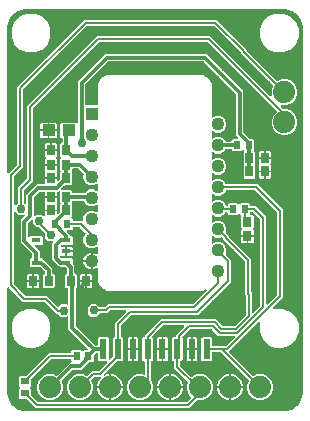
<source format=gbr>
G04 EAGLE Gerber RS-274X export*
G75*
%MOMM*%
%FSLAX34Y34*%
%LPD*%
%INTop Copper*%
%IPPOS*%
%AMOC8*
5,1,8,0,0,1.08239X$1,22.5*%
G01*
G04 Define Apertures*
%ADD10R,1.100000X1.000000*%
%ADD11R,0.700000X0.900000*%
%ADD12C,1.879600*%
%ADD13R,0.600000X0.700000*%
%ADD14R,1.108000X1.108000*%
%ADD15C,1.108000*%
%ADD16R,0.800100X0.457200*%
%ADD17R,0.600000X1.700000*%
%ADD18R,1.000000X2.800000*%
%ADD19R,0.740000X0.925000*%
%ADD20R,0.700000X0.600000*%
%ADD21C,0.304800*%
%ADD22C,0.756400*%
%ADD23C,0.203200*%
%ADD24C,0.200000*%
G36*
X110149Y-194985D02*
X110000Y-195000D01*
X-110000Y-195000D01*
X-110149Y-194985D01*
X-115597Y-193902D01*
X-115872Y-193788D01*
X-120491Y-190701D01*
X-120701Y-190491D01*
X-123788Y-185872D01*
X-123902Y-185597D01*
X-124985Y-180149D01*
X-125000Y-180000D01*
X-125000Y-91027D01*
X-124953Y-90764D01*
X-124794Y-90505D01*
X-124546Y-90330D01*
X-124250Y-90265D01*
X-123952Y-90321D01*
X-123699Y-90488D01*
X-111671Y-102516D01*
X-93902Y-102516D01*
X-93616Y-102572D01*
X-93363Y-102739D01*
X-83562Y-112540D01*
X-82407Y-112540D01*
X-82121Y-112596D01*
X-81869Y-112763D01*
X-79326Y-115306D01*
X-74930Y-115306D01*
X-74647Y-115023D01*
X-74427Y-114870D01*
X-74132Y-114800D01*
X-73833Y-114851D01*
X-73578Y-115014D01*
X-73406Y-115264D01*
X-73346Y-115561D01*
X-73346Y-125681D01*
X-56852Y-142175D01*
X-56699Y-142395D01*
X-56629Y-142690D01*
X-56680Y-142989D01*
X-56843Y-143244D01*
X-57093Y-143416D01*
X-57391Y-143476D01*
X-60005Y-143476D01*
X-60835Y-144306D01*
X-61066Y-144464D01*
X-61362Y-144529D01*
X-61660Y-144473D01*
X-61913Y-144306D01*
X-62743Y-143476D01*
X-70005Y-143476D01*
X-70898Y-144369D01*
X-70898Y-145214D01*
X-70949Y-145489D01*
X-71113Y-145744D01*
X-71363Y-145916D01*
X-71660Y-145976D01*
X-89545Y-145976D01*
X-108822Y-165253D01*
X-109064Y-165416D01*
X-109361Y-165476D01*
X-114131Y-165476D01*
X-115024Y-166369D01*
X-115024Y-173631D01*
X-114194Y-174461D01*
X-114036Y-174692D01*
X-113971Y-174988D01*
X-114027Y-175286D01*
X-114194Y-175539D01*
X-115024Y-176369D01*
X-115024Y-183631D01*
X-114131Y-184524D01*
X-109103Y-184524D01*
X-108817Y-184580D01*
X-108564Y-184747D01*
X-100625Y-192687D01*
X-57215Y-192687D01*
X-57152Y-192674D01*
X28832Y-192674D01*
X35360Y-186145D01*
X35602Y-185982D01*
X35899Y-185922D01*
X40273Y-185922D01*
X44287Y-184259D01*
X47359Y-181187D01*
X49022Y-177173D01*
X49022Y-172827D01*
X47359Y-168813D01*
X44287Y-165741D01*
X40273Y-164078D01*
X35927Y-164078D01*
X31913Y-165741D01*
X31701Y-165953D01*
X31470Y-166111D01*
X31174Y-166177D01*
X30876Y-166121D01*
X30623Y-165953D01*
X21497Y-156828D01*
X21334Y-156586D01*
X21274Y-156289D01*
X21274Y-153442D01*
X21325Y-153167D01*
X21489Y-152912D01*
X21739Y-152740D01*
X22036Y-152680D01*
X22381Y-152680D01*
X23274Y-151787D01*
X23274Y-133525D01*
X23149Y-133400D01*
X22991Y-133170D01*
X22926Y-132873D01*
X22982Y-132575D01*
X23149Y-132322D01*
X29325Y-126147D01*
X29566Y-125984D01*
X29863Y-125924D01*
X47580Y-125924D01*
X47866Y-125980D01*
X48118Y-126147D01*
X53699Y-131728D01*
X66806Y-131728D01*
X67069Y-131775D01*
X67327Y-131934D01*
X67503Y-132182D01*
X67568Y-132478D01*
X67512Y-132776D01*
X67345Y-133029D01*
X60465Y-139909D01*
X60223Y-140072D01*
X59926Y-140132D01*
X49036Y-140132D01*
X48761Y-140081D01*
X48506Y-139917D01*
X48334Y-139667D01*
X48274Y-139370D01*
X48274Y-133525D01*
X47381Y-132632D01*
X40119Y-132632D01*
X39226Y-133525D01*
X39226Y-151787D01*
X40119Y-152680D01*
X47381Y-152680D01*
X48274Y-151787D01*
X48274Y-145942D01*
X48325Y-145667D01*
X48489Y-145412D01*
X48739Y-145240D01*
X49036Y-145180D01*
X55195Y-145180D01*
X55481Y-145236D01*
X55734Y-145403D01*
X79135Y-168805D01*
X79296Y-169041D01*
X79358Y-169337D01*
X79300Y-169635D01*
X77978Y-172827D01*
X77978Y-177173D01*
X79641Y-181187D01*
X82713Y-184259D01*
X86727Y-185922D01*
X91073Y-185922D01*
X95087Y-184259D01*
X98159Y-181187D01*
X99822Y-177173D01*
X99822Y-172827D01*
X98159Y-168813D01*
X95087Y-165741D01*
X91073Y-164078D01*
X86727Y-164078D01*
X83535Y-165400D01*
X83256Y-165458D01*
X82957Y-165403D01*
X82705Y-165235D01*
X63030Y-145560D01*
X62872Y-145330D01*
X62807Y-145034D01*
X62862Y-144736D01*
X63030Y-144483D01*
X87704Y-119808D01*
X87918Y-119658D01*
X88213Y-119586D01*
X88512Y-119634D01*
X88769Y-119796D01*
X88942Y-120044D01*
X89005Y-120341D01*
X88947Y-120639D01*
X88500Y-121718D01*
X88500Y-128282D01*
X91012Y-134347D01*
X95654Y-138988D01*
X101718Y-141500D01*
X108282Y-141500D01*
X114347Y-138988D01*
X118988Y-134347D01*
X121500Y-128282D01*
X121500Y-121718D01*
X118988Y-115654D01*
X114347Y-111012D01*
X108282Y-108500D01*
X101718Y-108500D01*
X100639Y-108947D01*
X100383Y-109004D01*
X100084Y-108958D01*
X99826Y-108799D01*
X99650Y-108551D01*
X99585Y-108255D01*
X99641Y-107957D01*
X99808Y-107704D01*
X108592Y-98920D01*
X108592Y-24848D01*
X86868Y-3124D01*
X60450Y-3124D01*
X60169Y-3071D01*
X59915Y-2905D01*
X59746Y-2654D01*
X59329Y-1647D01*
X57341Y341D01*
X54745Y1416D01*
X51935Y1416D01*
X49339Y341D01*
X49227Y229D01*
X49007Y76D01*
X48712Y6D01*
X48413Y57D01*
X48158Y220D01*
X47986Y470D01*
X47926Y768D01*
X47926Y5736D01*
X47973Y6000D01*
X48132Y6258D01*
X48380Y6433D01*
X48676Y6498D01*
X48974Y6443D01*
X49227Y6275D01*
X49339Y6163D01*
X51935Y5088D01*
X54745Y5088D01*
X57341Y6163D01*
X59329Y8151D01*
X60404Y10747D01*
X60404Y13557D01*
X59329Y16153D01*
X57341Y18141D01*
X54745Y19216D01*
X51935Y19216D01*
X49339Y18141D01*
X49227Y18029D01*
X49007Y17876D01*
X48712Y17806D01*
X48413Y17857D01*
X48158Y18020D01*
X47986Y18270D01*
X47926Y18568D01*
X47926Y23536D01*
X47973Y23800D01*
X48132Y24058D01*
X48380Y24233D01*
X48676Y24298D01*
X48974Y24243D01*
X49227Y24075D01*
X49339Y23963D01*
X51935Y22888D01*
X54745Y22888D01*
X57341Y23963D01*
X59329Y25951D01*
X59529Y26434D01*
X59685Y26672D01*
X59935Y26844D01*
X60233Y26904D01*
X64184Y26904D01*
X64459Y26853D01*
X64714Y26689D01*
X64886Y26439D01*
X64927Y26233D01*
X65839Y25322D01*
X73101Y25322D01*
X73931Y26152D01*
X74162Y26310D01*
X74458Y26375D01*
X74756Y26319D01*
X75009Y26152D01*
X75276Y25885D01*
X75434Y25654D01*
X75499Y25358D01*
X75443Y25060D01*
X75276Y24807D01*
X74922Y24453D01*
X74922Y14191D01*
X75035Y14078D01*
X75193Y13847D01*
X75258Y13551D01*
X75202Y13253D01*
X75035Y13000D01*
X74946Y12911D01*
X74946Y2649D01*
X75839Y1756D01*
X84101Y1756D01*
X84994Y2649D01*
X84994Y12911D01*
X84881Y13024D01*
X84723Y13255D01*
X84658Y13551D01*
X84714Y13849D01*
X84881Y14102D01*
X84970Y14191D01*
X84970Y24453D01*
X84140Y25283D01*
X83982Y25514D01*
X83917Y25810D01*
X83973Y26108D01*
X83994Y26140D01*
X83994Y34477D01*
X83101Y35370D01*
X80625Y35370D01*
X80339Y35426D01*
X80086Y35593D01*
X75027Y40652D01*
X74864Y40894D01*
X74804Y41191D01*
X74804Y75874D01*
X43630Y107048D01*
X-42263Y107048D01*
X-65230Y84081D01*
X-65230Y49155D01*
X-65277Y48892D01*
X-65436Y48634D01*
X-65684Y48458D01*
X-65980Y48393D01*
X-66278Y48449D01*
X-66531Y48616D01*
X-66999Y49084D01*
X-79261Y49084D01*
X-80154Y48191D01*
X-80154Y36929D01*
X-79261Y36036D01*
X-78940Y36036D01*
X-78665Y35985D01*
X-78410Y35821D01*
X-78238Y35571D01*
X-78178Y35274D01*
X-78178Y32836D01*
X-78229Y32561D01*
X-78393Y32306D01*
X-78643Y32134D01*
X-78940Y32074D01*
X-79261Y32074D01*
X-80154Y31181D01*
X-80154Y20919D01*
X-79474Y20239D01*
X-79316Y20008D01*
X-79251Y19712D01*
X-79307Y19414D01*
X-79474Y19161D01*
X-80154Y18481D01*
X-80154Y8219D01*
X-80109Y8174D01*
X-79951Y7943D01*
X-79886Y7647D01*
X-79942Y7349D01*
X-80109Y7096D01*
X-80154Y7051D01*
X-80154Y1522D01*
X-80210Y1236D01*
X-80377Y983D01*
X-81829Y-469D01*
X-82049Y-622D01*
X-82344Y-691D01*
X-82643Y-641D01*
X-82898Y-477D01*
X-83070Y-227D01*
X-83130Y70D01*
X-83130Y1158D01*
X-93130Y1158D01*
X-93130Y-2422D01*
X-93181Y-2697D01*
X-93345Y-2952D01*
X-93595Y-3124D01*
X-93892Y-3184D01*
X-100155Y-3184D01*
X-108878Y-11907D01*
X-108878Y-19037D01*
X-108925Y-19300D01*
X-109084Y-19558D01*
X-109332Y-19733D01*
X-109628Y-19798D01*
X-109926Y-19743D01*
X-110179Y-19575D01*
X-110540Y-19214D01*
X-110703Y-18973D01*
X-110763Y-18676D01*
X-110763Y-8330D01*
X-110707Y-8044D01*
X-110540Y-7791D01*
X-103630Y-881D01*
X-103630Y60632D01*
X-103574Y60918D01*
X-103407Y61171D01*
X-47511Y117067D01*
X-47269Y117230D01*
X-46972Y117290D01*
X44488Y117290D01*
X44774Y117234D01*
X45026Y117067D01*
X102902Y59192D01*
X103060Y58961D01*
X103125Y58665D01*
X103069Y58367D01*
X102902Y58114D01*
X100343Y55555D01*
X98680Y51541D01*
X98680Y47195D01*
X100343Y43181D01*
X103415Y40109D01*
X107429Y38446D01*
X111775Y38446D01*
X115789Y40109D01*
X118861Y43181D01*
X120524Y47195D01*
X120524Y51541D01*
X118861Y55555D01*
X115789Y58627D01*
X111775Y60290D01*
X109303Y60290D01*
X109017Y60346D01*
X108764Y60513D01*
X106727Y62550D01*
X106577Y62764D01*
X106505Y63058D01*
X106553Y63358D01*
X106715Y63614D01*
X106963Y63788D01*
X107260Y63851D01*
X107285Y63846D01*
X111775Y63846D01*
X115789Y65509D01*
X118861Y68581D01*
X120524Y72595D01*
X120524Y76941D01*
X118861Y80955D01*
X115789Y84027D01*
X111775Y85690D01*
X107429Y85690D01*
X104253Y84374D01*
X103974Y84316D01*
X103675Y84372D01*
X103423Y84539D01*
X78265Y109697D01*
X78103Y109938D01*
X78042Y110235D01*
X78042Y110553D01*
X52226Y136370D01*
X-59881Y136370D01*
X-116928Y79323D01*
X-116928Y13639D01*
X-116984Y13353D01*
X-117151Y13100D01*
X-123699Y6552D01*
X-123919Y6399D01*
X-124214Y6329D01*
X-124513Y6380D01*
X-124768Y6544D01*
X-124940Y6794D01*
X-125000Y7091D01*
X-125000Y130000D01*
X-124985Y130149D01*
X-123902Y135597D01*
X-123788Y135872D01*
X-120701Y140491D01*
X-120491Y140701D01*
X-115872Y143788D01*
X-115597Y143902D01*
X-110149Y144985D01*
X-110000Y145000D01*
X110000Y145000D01*
X110149Y144985D01*
X115597Y143902D01*
X115872Y143788D01*
X120491Y140701D01*
X120701Y140491D01*
X123788Y135872D01*
X123902Y135597D01*
X124985Y130149D01*
X125000Y130000D01*
X125000Y-180000D01*
X124985Y-180149D01*
X123902Y-185597D01*
X123788Y-185872D01*
X120701Y-190491D01*
X120491Y-190701D01*
X115872Y-193788D01*
X115597Y-193902D01*
X110149Y-194985D01*
G37*
%LPC*%
G36*
X101718Y108500D02*
X108282Y108500D01*
X114347Y111012D01*
X118988Y115654D01*
X121500Y121718D01*
X121500Y128282D01*
X118988Y134347D01*
X114347Y138988D01*
X108282Y141500D01*
X101718Y141500D01*
X95654Y138988D01*
X91012Y134347D01*
X88500Y128282D01*
X88500Y121718D01*
X91012Y115654D01*
X95654Y111012D01*
X101718Y108500D01*
G37*
G36*
X-108282Y108500D02*
X-101718Y108500D01*
X-95654Y111012D01*
X-91012Y115654D01*
X-88500Y121718D01*
X-88500Y128282D01*
X-91012Y134347D01*
X-95654Y138988D01*
X-101718Y141500D01*
X-108282Y141500D01*
X-114347Y138988D01*
X-118988Y134347D01*
X-121500Y128282D01*
X-121500Y121718D01*
X-118988Y115654D01*
X-114347Y111012D01*
X-108282Y108500D01*
G37*
G36*
X-89368Y43322D02*
X-83130Y43322D01*
X-83130Y48181D01*
X-84009Y49060D01*
X-89368Y49060D01*
X-89368Y43322D01*
G37*
G36*
X-97130Y43322D02*
X-90892Y43322D01*
X-90892Y49060D01*
X-96251Y49060D01*
X-97130Y48181D01*
X-97130Y43322D01*
G37*
G36*
X-96251Y36060D02*
X-90892Y36060D01*
X-90892Y41798D01*
X-97130Y41798D01*
X-97130Y36939D01*
X-96251Y36060D01*
G37*
G36*
X-89368Y36060D02*
X-84009Y36060D01*
X-83130Y36939D01*
X-83130Y41798D01*
X-89368Y41798D01*
X-89368Y36060D01*
G37*
G36*
X-87368Y26812D02*
X-83130Y26812D01*
X-83130Y31171D01*
X-84009Y32050D01*
X-87368Y32050D01*
X-87368Y26812D01*
G37*
G36*
X-93130Y26812D02*
X-88892Y26812D01*
X-88892Y32050D01*
X-92251Y32050D01*
X-93130Y31171D01*
X-93130Y26812D01*
G37*
G36*
X87946Y20084D02*
X92184Y20084D01*
X92184Y25322D01*
X88825Y25322D01*
X87946Y24443D01*
X87946Y20084D01*
G37*
G36*
X93708Y20084D02*
X97946Y20084D01*
X97946Y24443D01*
X97067Y25322D01*
X93708Y25322D01*
X93708Y20084D01*
G37*
G36*
X-93130Y14112D02*
X-83130Y14112D01*
X-83130Y18471D01*
X-83820Y19161D01*
X-83978Y19392D01*
X-84043Y19688D01*
X-83987Y19986D01*
X-83820Y20239D01*
X-83130Y20929D01*
X-83130Y25288D01*
X-93130Y25288D01*
X-93130Y20929D01*
X-92440Y20239D01*
X-92282Y20008D01*
X-92217Y19712D01*
X-92273Y19414D01*
X-92440Y19161D01*
X-93130Y18471D01*
X-93130Y14112D01*
G37*
G36*
X87970Y8542D02*
X97970Y8542D01*
X97970Y12901D01*
X97847Y13024D01*
X97689Y13255D01*
X97624Y13551D01*
X97680Y13849D01*
X97847Y14102D01*
X97946Y14201D01*
X97946Y18560D01*
X87946Y18560D01*
X87946Y14201D01*
X88069Y14078D01*
X88227Y13847D01*
X88292Y13551D01*
X88236Y13253D01*
X88069Y13000D01*
X87970Y12901D01*
X87970Y8542D01*
G37*
G36*
X-93130Y2682D02*
X-83130Y2682D01*
X-83130Y7041D01*
X-83185Y7096D01*
X-83343Y7327D01*
X-83408Y7623D01*
X-83352Y7921D01*
X-83185Y8174D01*
X-83130Y8229D01*
X-83130Y12588D01*
X-93130Y12588D01*
X-93130Y8229D01*
X-93075Y8174D01*
X-92917Y7943D01*
X-92852Y7647D01*
X-92908Y7349D01*
X-93075Y7096D01*
X-93130Y7041D01*
X-93130Y2682D01*
G37*
G36*
X93732Y1780D02*
X97091Y1780D01*
X97970Y2659D01*
X97970Y7018D01*
X93732Y7018D01*
X93732Y1780D01*
G37*
G36*
X88849Y1780D02*
X92208Y1780D01*
X92208Y7018D01*
X87970Y7018D01*
X87970Y2659D01*
X88849Y1780D01*
G37*
G36*
X-108282Y-141500D02*
X-101718Y-141500D01*
X-95654Y-138988D01*
X-91012Y-134347D01*
X-88500Y-128282D01*
X-88500Y-121718D01*
X-91012Y-115654D01*
X-95654Y-111012D01*
X-101718Y-108500D01*
X-108282Y-108500D01*
X-114347Y-111012D01*
X-118988Y-115654D01*
X-121500Y-121718D01*
X-121500Y-128282D01*
X-118988Y-134347D01*
X-114347Y-138988D01*
X-108282Y-141500D01*
G37*
G36*
X32012Y-141894D02*
X35750Y-141894D01*
X35750Y-133535D01*
X34871Y-132656D01*
X32012Y-132656D01*
X32012Y-141894D01*
G37*
G36*
X26750Y-141894D02*
X30488Y-141894D01*
X30488Y-132656D01*
X27629Y-132656D01*
X26750Y-133535D01*
X26750Y-141894D01*
G37*
G36*
X32012Y-152656D02*
X34871Y-152656D01*
X35750Y-151777D01*
X35750Y-143418D01*
X32012Y-143418D01*
X32012Y-152656D01*
G37*
G36*
X27629Y-152656D02*
X30488Y-152656D01*
X30488Y-143418D01*
X26750Y-143418D01*
X26750Y-151777D01*
X27629Y-152656D01*
G37*
G36*
X52602Y-174238D02*
X62738Y-174238D01*
X62738Y-164102D01*
X61332Y-164102D01*
X57327Y-165761D01*
X54261Y-168827D01*
X52602Y-172832D01*
X52602Y-174238D01*
G37*
G36*
X64262Y-174238D02*
X74398Y-174238D01*
X74398Y-172832D01*
X72739Y-168827D01*
X69673Y-165761D01*
X65668Y-164102D01*
X64262Y-164102D01*
X64262Y-174238D01*
G37*
G36*
X64262Y-185898D02*
X65668Y-185898D01*
X69673Y-184239D01*
X72739Y-181173D01*
X74398Y-177168D01*
X74398Y-175762D01*
X64262Y-175762D01*
X64262Y-185898D01*
G37*
G36*
X61332Y-185898D02*
X62738Y-185898D01*
X62738Y-175762D01*
X52602Y-175762D01*
X52602Y-177168D01*
X54261Y-181173D01*
X57327Y-184239D01*
X61332Y-185898D01*
G37*
%LPD*%
G36*
X-118209Y-20774D02*
X-118504Y-20844D01*
X-118803Y-20793D01*
X-119058Y-20630D01*
X-119230Y-20380D01*
X-119290Y-20082D01*
X-119290Y3461D01*
X-119234Y3747D01*
X-119067Y4000D01*
X-111848Y11219D01*
X-111848Y76903D01*
X-111792Y77189D01*
X-111625Y77442D01*
X-58000Y131067D01*
X-57759Y131230D01*
X-57461Y131290D01*
X49806Y131290D01*
X50092Y131234D01*
X50345Y131067D01*
X72739Y108672D01*
X72902Y108431D01*
X72962Y108134D01*
X72962Y107816D01*
X99831Y80947D01*
X99991Y80711D01*
X100054Y80415D01*
X99996Y80117D01*
X98680Y76941D01*
X98680Y72486D01*
X98684Y72469D01*
X98638Y72169D01*
X98479Y71911D01*
X98231Y71735D01*
X97935Y71670D01*
X97637Y71726D01*
X97384Y71893D01*
X46907Y122370D01*
X-49392Y122370D01*
X-51103Y120659D01*
X-108710Y63052D01*
X-108710Y1539D01*
X-108766Y1253D01*
X-108933Y1000D01*
X-115843Y-5910D01*
X-115843Y-18160D01*
X-115899Y-18445D01*
X-116066Y-18698D01*
X-117989Y-20621D01*
X-118209Y-20774D01*
G37*
G36*
X64481Y33060D02*
X64184Y33000D01*
X60233Y33000D01*
X59952Y33053D01*
X59698Y33219D01*
X59529Y33470D01*
X59329Y33953D01*
X57341Y35941D01*
X54745Y37016D01*
X51935Y37016D01*
X49339Y35941D01*
X49227Y35829D01*
X49007Y35676D01*
X48712Y35606D01*
X48413Y35657D01*
X48158Y35820D01*
X47986Y36070D01*
X47926Y36368D01*
X47926Y41336D01*
X47973Y41600D01*
X48132Y41858D01*
X48380Y42033D01*
X48676Y42098D01*
X48974Y42043D01*
X49227Y41875D01*
X49339Y41763D01*
X51935Y40688D01*
X54745Y40688D01*
X57341Y41763D01*
X59329Y43751D01*
X60404Y46347D01*
X60404Y49157D01*
X59329Y51753D01*
X57341Y53741D01*
X54745Y54816D01*
X51935Y54816D01*
X49339Y53741D01*
X49227Y53629D01*
X49007Y53476D01*
X48712Y53406D01*
X48413Y53457D01*
X48158Y53620D01*
X47986Y53870D01*
X47926Y54168D01*
X47926Y82203D01*
X45225Y86881D01*
X40547Y89582D01*
X-40801Y89582D01*
X-45479Y86881D01*
X-48180Y82203D01*
X-48180Y64468D01*
X-48231Y64193D01*
X-48395Y63938D01*
X-48645Y63766D01*
X-48942Y63706D01*
X-58372Y63706D01*
X-58647Y63757D01*
X-58902Y63921D01*
X-59074Y64171D01*
X-59134Y64468D01*
X-59134Y81240D01*
X-59078Y81526D01*
X-58911Y81779D01*
X-39961Y100729D01*
X-39719Y100892D01*
X-39422Y100952D01*
X40789Y100952D01*
X41075Y100896D01*
X41328Y100729D01*
X68485Y73572D01*
X68648Y73330D01*
X68708Y73033D01*
X68708Y38350D01*
X70387Y36671D01*
X70540Y36451D01*
X70610Y36156D01*
X70559Y35857D01*
X70396Y35602D01*
X70146Y35430D01*
X69849Y35370D01*
X65839Y35370D01*
X64946Y34477D01*
X64946Y33762D01*
X64895Y33487D01*
X64731Y33232D01*
X64481Y33060D01*
G37*
G36*
X-59776Y-10672D02*
X-60074Y-10732D01*
X-69344Y-10732D01*
X-69619Y-10681D01*
X-69874Y-10517D01*
X-70046Y-10267D01*
X-70106Y-9970D01*
X-70106Y-8649D01*
X-70999Y-7756D01*
X-78656Y-7756D01*
X-78919Y-7709D01*
X-79177Y-7550D01*
X-79353Y-7302D01*
X-79418Y-7006D01*
X-79362Y-6708D01*
X-79195Y-6455D01*
X-77067Y-4327D01*
X-76825Y-4164D01*
X-76528Y-4104D01*
X-70999Y-4104D01*
X-70106Y-3211D01*
X-70106Y7051D01*
X-70151Y7096D01*
X-70309Y7327D01*
X-70374Y7623D01*
X-70318Y7921D01*
X-70151Y8174D01*
X-70106Y8219D01*
X-70106Y9540D01*
X-70055Y9815D01*
X-69891Y10070D01*
X-69641Y10242D01*
X-69344Y10302D01*
X-65280Y10302D01*
X-64994Y10246D01*
X-64741Y10079D01*
X-60623Y5961D01*
X-60463Y5725D01*
X-60400Y5428D01*
X-60458Y5130D01*
X-60658Y4647D01*
X-60658Y1837D01*
X-59583Y-759D01*
X-57595Y-2747D01*
X-54999Y-3822D01*
X-52189Y-3822D01*
X-49593Y-2747D01*
X-49481Y-2635D01*
X-49261Y-2482D01*
X-48966Y-2412D01*
X-48667Y-2463D01*
X-48412Y-2626D01*
X-48240Y-2876D01*
X-48180Y-3174D01*
X-48180Y-8142D01*
X-48227Y-8406D01*
X-48386Y-8664D01*
X-48634Y-8839D01*
X-48930Y-8904D01*
X-49228Y-8849D01*
X-49481Y-8681D01*
X-49593Y-8569D01*
X-52189Y-7494D01*
X-54999Y-7494D01*
X-57595Y-8569D01*
X-59535Y-10509D01*
X-59776Y-10672D01*
G37*
G36*
X95338Y-104969D02*
X95043Y-105039D01*
X94744Y-104988D01*
X94489Y-104825D01*
X94317Y-104574D01*
X94257Y-104277D01*
X94257Y-30687D01*
X85223Y-21653D01*
X81307Y-21653D01*
X81033Y-21602D01*
X80777Y-21439D01*
X80606Y-21188D01*
X80545Y-20891D01*
X80545Y-20046D01*
X79653Y-19153D01*
X72390Y-19153D01*
X71560Y-19983D01*
X71330Y-20141D01*
X71033Y-20206D01*
X70735Y-20151D01*
X70483Y-19983D01*
X69653Y-19153D01*
X62390Y-19153D01*
X61497Y-20046D01*
X61497Y-20852D01*
X61452Y-21109D01*
X61295Y-21368D01*
X61049Y-21546D01*
X60754Y-21613D01*
X60455Y-21560D01*
X60201Y-21395D01*
X60031Y-21143D01*
X59329Y-19447D01*
X57341Y-17459D01*
X54745Y-16384D01*
X51935Y-16384D01*
X49339Y-17459D01*
X49227Y-17571D01*
X49007Y-17724D01*
X48712Y-17794D01*
X48413Y-17743D01*
X48158Y-17580D01*
X47986Y-17330D01*
X47926Y-17032D01*
X47926Y-12064D01*
X47973Y-11800D01*
X48132Y-11542D01*
X48380Y-11367D01*
X48676Y-11302D01*
X48974Y-11357D01*
X49227Y-11525D01*
X49339Y-11637D01*
X51935Y-12712D01*
X54745Y-12712D01*
X57341Y-11637D01*
X59329Y-9649D01*
X59746Y-8642D01*
X59902Y-8404D01*
X60152Y-8232D01*
X60450Y-8172D01*
X84462Y-8172D01*
X84748Y-8228D01*
X85001Y-8395D01*
X103321Y-26715D01*
X103484Y-26957D01*
X103544Y-27254D01*
X103544Y-96514D01*
X103488Y-96800D01*
X103321Y-97053D01*
X95558Y-104816D01*
X95338Y-104969D01*
G37*
G36*
X-93584Y-30223D02*
X-93880Y-30288D01*
X-94178Y-30233D01*
X-94431Y-30065D01*
X-95802Y-28694D01*
X-100198Y-28694D01*
X-101382Y-29878D01*
X-101602Y-30031D01*
X-101897Y-30101D01*
X-102196Y-30050D01*
X-102451Y-29887D01*
X-102623Y-29637D01*
X-102683Y-29340D01*
X-102683Y-20605D01*
X-102722Y-20548D01*
X-102782Y-20251D01*
X-102782Y-14748D01*
X-102726Y-14462D01*
X-102559Y-14209D01*
X-97853Y-9503D01*
X-97612Y-9340D01*
X-97314Y-9280D01*
X-93892Y-9280D01*
X-93617Y-9331D01*
X-93362Y-9495D01*
X-93190Y-9745D01*
X-93130Y-10042D01*
X-93130Y-13018D01*
X-83130Y-13018D01*
X-83130Y-10042D01*
X-83079Y-9767D01*
X-82915Y-9512D01*
X-82665Y-9340D01*
X-82368Y-9280D01*
X-82019Y-9280D01*
X-81455Y-8715D01*
X-81235Y-8562D01*
X-80940Y-8493D01*
X-80641Y-8543D01*
X-80386Y-8707D01*
X-80214Y-8957D01*
X-80154Y-9254D01*
X-80154Y-18911D01*
X-80109Y-18956D01*
X-79951Y-19187D01*
X-79886Y-19483D01*
X-79942Y-19781D01*
X-80109Y-20034D01*
X-80154Y-20079D01*
X-80154Y-26270D01*
X-80210Y-26556D01*
X-80377Y-26809D01*
X-81829Y-28261D01*
X-82049Y-28414D01*
X-82344Y-28483D01*
X-82643Y-28433D01*
X-82898Y-28269D01*
X-83070Y-28019D01*
X-83130Y-27722D01*
X-83130Y-25972D01*
X-93130Y-25972D01*
X-93130Y-29527D01*
X-93177Y-29790D01*
X-93336Y-30048D01*
X-93584Y-30223D01*
G37*
%LPC*%
G36*
X-93130Y-24448D02*
X-83130Y-24448D01*
X-83130Y-20089D01*
X-83185Y-20034D01*
X-83343Y-19803D01*
X-83408Y-19507D01*
X-83352Y-19209D01*
X-83185Y-18956D01*
X-83130Y-18901D01*
X-83130Y-14542D01*
X-93130Y-14542D01*
X-93130Y-18901D01*
X-93075Y-18956D01*
X-92917Y-19187D01*
X-92852Y-19483D01*
X-92908Y-19781D01*
X-93075Y-20034D01*
X-93130Y-20089D01*
X-93130Y-24448D01*
G37*
%LPD*%
G36*
X-61123Y-34428D02*
X-61420Y-34488D01*
X-69000Y-34488D01*
X-69275Y-34437D01*
X-69530Y-34273D01*
X-69702Y-34023D01*
X-69762Y-33726D01*
X-69762Y-32897D01*
X-70673Y-31986D01*
X-70831Y-31755D01*
X-70896Y-31459D01*
X-70840Y-31161D01*
X-70673Y-30908D01*
X-70106Y-30341D01*
X-70106Y-20079D01*
X-70151Y-20034D01*
X-70309Y-19803D01*
X-70374Y-19507D01*
X-70318Y-19209D01*
X-70151Y-18956D01*
X-70106Y-18911D01*
X-70106Y-17590D01*
X-70055Y-17315D01*
X-69891Y-17060D01*
X-69641Y-16888D01*
X-69344Y-16828D01*
X-60809Y-16828D01*
X-60529Y-16881D01*
X-60274Y-17047D01*
X-60105Y-17298D01*
X-59583Y-18559D01*
X-57595Y-20547D01*
X-54999Y-21622D01*
X-52189Y-21622D01*
X-49593Y-20547D01*
X-49481Y-20435D01*
X-49261Y-20282D01*
X-48966Y-20212D01*
X-48667Y-20263D01*
X-48412Y-20426D01*
X-48240Y-20676D01*
X-48180Y-20974D01*
X-48180Y-25942D01*
X-48227Y-26206D01*
X-48386Y-26464D01*
X-48634Y-26639D01*
X-48930Y-26704D01*
X-49228Y-26649D01*
X-49481Y-26481D01*
X-49593Y-26369D01*
X-52189Y-25294D01*
X-54999Y-25294D01*
X-57595Y-26369D01*
X-59583Y-28357D01*
X-60658Y-30953D01*
X-60658Y-33726D01*
X-60709Y-34001D01*
X-60873Y-34256D01*
X-61123Y-34428D01*
G37*
G36*
X-81467Y-106762D02*
X-81763Y-106827D01*
X-82061Y-106772D01*
X-82314Y-106604D01*
X-89771Y-99147D01*
X-91482Y-97436D01*
X-109251Y-97436D01*
X-109537Y-97380D01*
X-109790Y-97213D01*
X-119067Y-87936D01*
X-119230Y-87695D01*
X-119290Y-87397D01*
X-119290Y-27311D01*
X-119243Y-27048D01*
X-119084Y-26790D01*
X-118836Y-26615D01*
X-118540Y-26550D01*
X-118242Y-26605D01*
X-117989Y-26773D01*
X-115759Y-29003D01*
X-111100Y-29003D01*
X-110837Y-29050D01*
X-110579Y-29209D01*
X-110403Y-29457D01*
X-110338Y-29753D01*
X-110394Y-30051D01*
X-110561Y-30304D01*
X-113792Y-33534D01*
X-113792Y-52157D01*
X-103967Y-61982D01*
X-103804Y-62223D01*
X-103744Y-62521D01*
X-103744Y-64774D01*
X-103795Y-65048D01*
X-103958Y-65304D01*
X-104208Y-65475D01*
X-104506Y-65536D01*
X-105327Y-65536D01*
X-106220Y-66428D01*
X-106220Y-72263D01*
X-105327Y-73156D01*
X-97403Y-73156D01*
X-97117Y-73211D01*
X-96864Y-73379D01*
X-93385Y-76857D01*
X-93222Y-77099D01*
X-93162Y-77396D01*
X-93162Y-78032D01*
X-93213Y-78307D01*
X-93377Y-78562D01*
X-93627Y-78734D01*
X-93924Y-78794D01*
X-94245Y-78794D01*
X-95138Y-79687D01*
X-95138Y-89949D01*
X-94245Y-90842D01*
X-85983Y-90842D01*
X-85090Y-89949D01*
X-85090Y-79687D01*
X-85983Y-78794D01*
X-86304Y-78794D01*
X-86579Y-78743D01*
X-86834Y-78579D01*
X-87006Y-78329D01*
X-87066Y-78032D01*
X-87066Y-74555D01*
X-94948Y-66674D01*
X-94994Y-66605D01*
X-96064Y-65536D01*
X-96886Y-65536D01*
X-97160Y-65484D01*
X-97416Y-65321D01*
X-97587Y-65071D01*
X-97648Y-64774D01*
X-97648Y-59680D01*
X-101871Y-55456D01*
X-102024Y-55237D01*
X-102094Y-54942D01*
X-102043Y-54643D01*
X-101880Y-54387D01*
X-101630Y-54216D01*
X-101332Y-54156D01*
X-96064Y-54156D01*
X-95171Y-53263D01*
X-95171Y-47428D01*
X-96064Y-46536D01*
X-105327Y-46536D01*
X-106395Y-47603D01*
X-106615Y-47756D01*
X-106910Y-47826D01*
X-107209Y-47775D01*
X-107464Y-47612D01*
X-107636Y-47362D01*
X-107696Y-47065D01*
X-107696Y-36375D01*
X-107640Y-36089D01*
X-107473Y-35836D01*
X-104607Y-32970D01*
X-104387Y-32817D01*
X-104092Y-32748D01*
X-103793Y-32798D01*
X-103538Y-32962D01*
X-103366Y-33212D01*
X-103306Y-33509D01*
X-103306Y-36198D01*
X-100198Y-39306D01*
X-98602Y-39306D01*
X-98316Y-39362D01*
X-98063Y-39529D01*
X-93529Y-44063D01*
X-93366Y-44305D01*
X-93306Y-44602D01*
X-93306Y-48198D01*
X-90198Y-51306D01*
X-86856Y-51306D01*
X-86593Y-51353D01*
X-86335Y-51512D01*
X-86159Y-51760D01*
X-86094Y-52056D01*
X-86150Y-52354D01*
X-86317Y-52607D01*
X-86868Y-53157D01*
X-86868Y-67113D01*
X-81587Y-72394D01*
X-80879Y-72394D01*
X-80593Y-72449D01*
X-80340Y-72617D01*
X-79801Y-73156D01*
X-75986Y-73156D01*
X-75700Y-73211D01*
X-75447Y-73379D01*
X-74541Y-74284D01*
X-74378Y-74526D01*
X-74318Y-74823D01*
X-74318Y-78132D01*
X-74369Y-78407D01*
X-74533Y-78662D01*
X-74783Y-78834D01*
X-75080Y-78894D01*
X-75401Y-78894D01*
X-76294Y-79787D01*
X-76294Y-90049D01*
X-75401Y-90942D01*
X-74108Y-90942D01*
X-73833Y-90993D01*
X-73578Y-91157D01*
X-73406Y-91407D01*
X-73346Y-91704D01*
X-73346Y-104439D01*
X-73393Y-104702D01*
X-73552Y-104960D01*
X-73800Y-105135D01*
X-74096Y-105200D01*
X-74394Y-105145D01*
X-74647Y-104977D01*
X-74930Y-104694D01*
X-79326Y-104694D01*
X-81236Y-106604D01*
X-81467Y-106762D01*
G37*
%LPC*%
G36*
X-102352Y-84056D02*
X-98114Y-84056D01*
X-98114Y-79697D01*
X-98993Y-78818D01*
X-102352Y-78818D01*
X-102352Y-84056D01*
G37*
G36*
X-108114Y-84056D02*
X-103876Y-84056D01*
X-103876Y-78818D01*
X-107235Y-78818D01*
X-108114Y-79697D01*
X-108114Y-84056D01*
G37*
G36*
X-102352Y-90818D02*
X-98993Y-90818D01*
X-98114Y-89939D01*
X-98114Y-85580D01*
X-102352Y-85580D01*
X-102352Y-90818D01*
G37*
G36*
X-107235Y-90818D02*
X-103876Y-90818D01*
X-103876Y-85580D01*
X-108114Y-85580D01*
X-108114Y-89939D01*
X-107235Y-90818D01*
G37*
%LPD*%
G36*
X83202Y-112121D02*
X82907Y-112191D01*
X82608Y-112140D01*
X82353Y-111977D01*
X82181Y-111727D01*
X82121Y-111429D01*
X82121Y-95043D01*
X81868Y-94790D01*
X81705Y-94548D01*
X81645Y-94251D01*
X81645Y-66450D01*
X62673Y-47478D01*
X62510Y-47237D01*
X62450Y-46939D01*
X62450Y-46789D01*
X60152Y-44491D01*
X59992Y-44255D01*
X59929Y-43958D01*
X59987Y-43660D01*
X60404Y-42653D01*
X60404Y-39843D01*
X59329Y-37247D01*
X57341Y-35259D01*
X54745Y-34184D01*
X51935Y-34184D01*
X49339Y-35259D01*
X49227Y-35371D01*
X49007Y-35524D01*
X48712Y-35594D01*
X48413Y-35543D01*
X48158Y-35380D01*
X47986Y-35130D01*
X47926Y-34832D01*
X47926Y-29864D01*
X47973Y-29600D01*
X48132Y-29342D01*
X48380Y-29167D01*
X48676Y-29102D01*
X48974Y-29157D01*
X49227Y-29325D01*
X49339Y-29437D01*
X51935Y-30512D01*
X54745Y-30512D01*
X57341Y-29437D01*
X59329Y-27449D01*
X59444Y-27172D01*
X59600Y-26933D01*
X59850Y-26762D01*
X60148Y-26701D01*
X60735Y-26701D01*
X61010Y-26752D01*
X61265Y-26916D01*
X61437Y-27166D01*
X61497Y-27463D01*
X61497Y-28308D01*
X62390Y-29201D01*
X69653Y-29201D01*
X70483Y-28371D01*
X70713Y-28213D01*
X71009Y-28148D01*
X71307Y-28204D01*
X71560Y-28371D01*
X72420Y-29231D01*
X72534Y-29252D01*
X72789Y-29416D01*
X72961Y-29666D01*
X73021Y-29963D01*
X73021Y-40256D01*
X73243Y-40478D01*
X73401Y-40709D01*
X73466Y-41005D01*
X73411Y-41303D01*
X73243Y-41556D01*
X73045Y-41754D01*
X73045Y-46238D01*
X83445Y-46238D01*
X83445Y-41754D01*
X83247Y-41556D01*
X83089Y-41325D01*
X83024Y-41029D01*
X83080Y-40731D01*
X83247Y-40478D01*
X83469Y-40256D01*
X83469Y-29744D01*
X82577Y-28851D01*
X81307Y-28851D01*
X81033Y-28800D01*
X80777Y-28636D01*
X80606Y-28386D01*
X80545Y-28089D01*
X80545Y-27463D01*
X80597Y-27189D01*
X80760Y-26933D01*
X81010Y-26762D01*
X81307Y-26701D01*
X82816Y-26701D01*
X83102Y-26757D01*
X83355Y-26924D01*
X88986Y-32555D01*
X89148Y-32797D01*
X89209Y-33094D01*
X89209Y-105865D01*
X89153Y-106151D01*
X88986Y-106404D01*
X83422Y-111968D01*
X83202Y-112121D01*
G37*
%LPC*%
G36*
X73924Y-53125D02*
X77483Y-53125D01*
X77483Y-47762D01*
X73045Y-47762D01*
X73045Y-52246D01*
X73924Y-53125D01*
G37*
G36*
X79007Y-53125D02*
X82567Y-53125D01*
X83445Y-52246D01*
X83445Y-47762D01*
X79007Y-47762D01*
X79007Y-53125D01*
G37*
%LPD*%
G36*
X-38145Y-151509D02*
X-38440Y-151579D01*
X-38739Y-151528D01*
X-38994Y-151364D01*
X-39166Y-151114D01*
X-39226Y-150817D01*
X-39226Y-133525D01*
X-40119Y-132632D01*
X-47381Y-132632D01*
X-48274Y-133525D01*
X-48274Y-138846D01*
X-48325Y-139121D01*
X-48489Y-139376D01*
X-48739Y-139548D01*
X-49036Y-139608D01*
X-50482Y-139608D01*
X-50768Y-139552D01*
X-51021Y-139385D01*
X-67027Y-123379D01*
X-67190Y-123138D01*
X-67250Y-122840D01*
X-67250Y-91369D01*
X-67194Y-91083D01*
X-67027Y-90830D01*
X-66246Y-90049D01*
X-66246Y-79787D01*
X-67139Y-78894D01*
X-67460Y-78894D01*
X-67735Y-78843D01*
X-67990Y-78679D01*
X-68162Y-78429D01*
X-68222Y-78132D01*
X-68222Y-71982D01*
X-69422Y-70783D01*
X-69585Y-70541D01*
X-69645Y-70244D01*
X-69645Y-66428D01*
X-70538Y-65536D01*
X-79508Y-65536D01*
X-79794Y-65480D01*
X-80047Y-65312D01*
X-80427Y-64932D01*
X-80580Y-64713D01*
X-80650Y-64418D01*
X-80599Y-64119D01*
X-80436Y-63863D01*
X-80186Y-63692D01*
X-79888Y-63632D01*
X-75932Y-63632D01*
X-75932Y-56060D01*
X-79309Y-56060D01*
X-79573Y-56013D01*
X-79831Y-55853D01*
X-80006Y-55606D01*
X-80071Y-55310D01*
X-80016Y-55012D01*
X-79848Y-54759D01*
X-79468Y-54379D01*
X-79227Y-54216D01*
X-78929Y-54156D01*
X-70538Y-54156D01*
X-69645Y-53263D01*
X-69645Y-47428D01*
X-70538Y-46536D01*
X-71360Y-46536D01*
X-71634Y-46484D01*
X-71890Y-46321D01*
X-72061Y-46071D01*
X-72122Y-45774D01*
X-72122Y-45692D01*
X-74461Y-43353D01*
X-74614Y-43133D01*
X-74684Y-42838D01*
X-74633Y-42539D01*
X-74470Y-42284D01*
X-74220Y-42112D01*
X-73922Y-42052D01*
X-70655Y-42052D01*
X-69762Y-41159D01*
X-69762Y-40330D01*
X-69711Y-40055D01*
X-69547Y-39800D01*
X-69297Y-39628D01*
X-69000Y-39568D01*
X-64092Y-39568D01*
X-63806Y-39624D01*
X-63553Y-39791D01*
X-58924Y-44420D01*
X-58766Y-44651D01*
X-58701Y-44947D01*
X-58756Y-45245D01*
X-58924Y-45498D01*
X-59583Y-46157D01*
X-60658Y-48753D01*
X-60658Y-51563D01*
X-59583Y-54159D01*
X-57595Y-56147D01*
X-54999Y-57222D01*
X-52189Y-57222D01*
X-49593Y-56147D01*
X-49481Y-56035D01*
X-49261Y-55882D01*
X-48966Y-55812D01*
X-48667Y-55863D01*
X-48412Y-56026D01*
X-48240Y-56276D01*
X-48180Y-56574D01*
X-48180Y-61576D01*
X-48227Y-61840D01*
X-48386Y-62098D01*
X-48634Y-62273D01*
X-48930Y-62338D01*
X-49228Y-62283D01*
X-49481Y-62115D01*
X-49606Y-61990D01*
X-52194Y-60918D01*
X-52832Y-60918D01*
X-52832Y-74998D01*
X-52194Y-74998D01*
X-49606Y-73926D01*
X-49481Y-73801D01*
X-49261Y-73648D01*
X-48966Y-73578D01*
X-48667Y-73629D01*
X-48412Y-73792D01*
X-48240Y-74042D01*
X-48180Y-74340D01*
X-48180Y-85759D01*
X-45479Y-90437D01*
X-40801Y-93138D01*
X40547Y-93138D01*
X42664Y-91916D01*
X43009Y-91815D01*
X43308Y-91861D01*
X43566Y-92020D01*
X43742Y-92267D01*
X43807Y-92564D01*
X43751Y-92862D01*
X43584Y-93114D01*
X32461Y-104237D01*
X32220Y-104400D01*
X31923Y-104460D01*
X-39627Y-104460D01*
X-42265Y-107098D01*
X-42507Y-107261D01*
X-42804Y-107321D01*
X-46665Y-107321D01*
X-46951Y-107266D01*
X-47203Y-107098D01*
X-49746Y-104555D01*
X-54142Y-104555D01*
X-57250Y-107664D01*
X-57250Y-112059D01*
X-54142Y-115167D01*
X-49746Y-115167D01*
X-47203Y-112625D01*
X-46962Y-112462D01*
X-46665Y-112401D01*
X-40384Y-112401D01*
X-37746Y-109763D01*
X-37505Y-109600D01*
X-37207Y-109540D01*
X-24949Y-109540D01*
X-24686Y-109587D01*
X-24428Y-109746D01*
X-24252Y-109994D01*
X-24187Y-110290D01*
X-24243Y-110588D01*
X-24410Y-110841D01*
X-33774Y-120205D01*
X-33774Y-131870D01*
X-33825Y-132145D01*
X-33989Y-132400D01*
X-34239Y-132572D01*
X-34536Y-132632D01*
X-34881Y-132632D01*
X-35774Y-133525D01*
X-35774Y-148889D01*
X-35830Y-149175D01*
X-35997Y-149428D01*
X-37925Y-151356D01*
X-38145Y-151509D01*
G37*
%LPC*%
G36*
X-74408Y-59084D02*
X-69669Y-59084D01*
X-69669Y-56938D01*
X-70548Y-56060D01*
X-74408Y-56060D01*
X-74408Y-59084D01*
G37*
G36*
X-74408Y-63632D02*
X-70548Y-63632D01*
X-69669Y-62753D01*
X-69669Y-60608D01*
X-74408Y-60608D01*
X-74408Y-63632D01*
G37*
G36*
X-60634Y-67196D02*
X-54356Y-67196D01*
X-54356Y-60918D01*
X-54994Y-60918D01*
X-57582Y-61990D01*
X-59562Y-63970D01*
X-60634Y-66558D01*
X-60634Y-67196D01*
G37*
G36*
X-54994Y-74998D02*
X-54356Y-74998D01*
X-54356Y-68720D01*
X-60634Y-68720D01*
X-60634Y-69358D01*
X-59562Y-71946D01*
X-57582Y-73926D01*
X-54994Y-74998D01*
G37*
G36*
X-57508Y-84156D02*
X-53270Y-84156D01*
X-53270Y-79797D01*
X-54149Y-78918D01*
X-57508Y-78918D01*
X-57508Y-84156D01*
G37*
G36*
X-63270Y-84156D02*
X-59032Y-84156D01*
X-59032Y-78918D01*
X-62391Y-78918D01*
X-63270Y-79797D01*
X-63270Y-84156D01*
G37*
G36*
X-57508Y-90918D02*
X-54149Y-90918D01*
X-53270Y-90039D01*
X-53270Y-85680D01*
X-57508Y-85680D01*
X-57508Y-90918D01*
G37*
G36*
X-62391Y-90918D02*
X-59032Y-90918D01*
X-59032Y-85680D01*
X-63270Y-85680D01*
X-63270Y-90039D01*
X-62391Y-90918D01*
G37*
%LPD*%
G36*
X-59825Y-187626D02*
X-59887Y-187639D01*
X-98218Y-187639D01*
X-98504Y-187583D01*
X-98757Y-187415D01*
X-104753Y-181420D01*
X-104916Y-181178D01*
X-104976Y-180881D01*
X-104976Y-176369D01*
X-105806Y-175539D01*
X-105964Y-175308D01*
X-106029Y-175012D01*
X-105973Y-174714D01*
X-105806Y-174461D01*
X-104976Y-173631D01*
X-104976Y-168861D01*
X-104920Y-168575D01*
X-104753Y-168322D01*
X-87678Y-151247D01*
X-87436Y-151084D01*
X-87139Y-151024D01*
X-71660Y-151024D01*
X-71385Y-151075D01*
X-71130Y-151239D01*
X-70958Y-151489D01*
X-70898Y-151786D01*
X-70898Y-152631D01*
X-70830Y-152699D01*
X-70677Y-152919D01*
X-70607Y-153214D01*
X-70658Y-153513D01*
X-70822Y-153768D01*
X-71072Y-153940D01*
X-71369Y-154000D01*
X-72211Y-154000D01*
X-83229Y-165018D01*
X-83465Y-165179D01*
X-83761Y-165241D01*
X-84059Y-165183D01*
X-86727Y-164078D01*
X-91073Y-164078D01*
X-95087Y-165741D01*
X-98159Y-168813D01*
X-99822Y-172827D01*
X-99822Y-177173D01*
X-98159Y-181187D01*
X-95087Y-184259D01*
X-91073Y-185922D01*
X-86727Y-185922D01*
X-82713Y-184259D01*
X-79641Y-181187D01*
X-77978Y-177173D01*
X-77978Y-172827D01*
X-79083Y-170159D01*
X-79141Y-169880D01*
X-79086Y-169581D01*
X-78918Y-169329D01*
X-69909Y-160319D01*
X-69667Y-160156D01*
X-69370Y-160096D01*
X-61849Y-160096D01*
X-55500Y-153747D01*
X-55259Y-153584D01*
X-54961Y-153524D01*
X-52743Y-153524D01*
X-51850Y-152631D01*
X-51850Y-148602D01*
X-51794Y-148316D01*
X-51627Y-148063D01*
X-49575Y-146011D01*
X-49355Y-145858D01*
X-49060Y-145789D01*
X-48761Y-145839D01*
X-48506Y-146003D01*
X-48334Y-146253D01*
X-48274Y-146550D01*
X-48274Y-151787D01*
X-47381Y-152680D01*
X-41089Y-152680D01*
X-40826Y-152727D01*
X-40568Y-152886D01*
X-40392Y-153134D01*
X-40327Y-153430D01*
X-40383Y-153728D01*
X-40550Y-153981D01*
X-47434Y-160865D01*
X-47676Y-161028D01*
X-47973Y-161088D01*
X-53157Y-161088D01*
X-57305Y-165235D01*
X-57541Y-165396D01*
X-57837Y-165458D01*
X-58135Y-165400D01*
X-61327Y-164078D01*
X-65673Y-164078D01*
X-69687Y-165741D01*
X-72759Y-168813D01*
X-74422Y-172827D01*
X-74422Y-177173D01*
X-72759Y-181187D01*
X-69687Y-184259D01*
X-65673Y-185922D01*
X-61327Y-185922D01*
X-57313Y-184259D01*
X-54241Y-181187D01*
X-52578Y-177173D01*
X-52578Y-172827D01*
X-53900Y-169635D01*
X-53958Y-169356D01*
X-53903Y-169057D01*
X-53735Y-168805D01*
X-51290Y-166359D01*
X-51048Y-166196D01*
X-50751Y-166136D01*
X-46488Y-166136D01*
X-46224Y-166183D01*
X-45966Y-166342D01*
X-45791Y-166590D01*
X-45726Y-166886D01*
X-45781Y-167184D01*
X-45949Y-167437D01*
X-47339Y-168827D01*
X-48998Y-172832D01*
X-48998Y-174238D01*
X-38862Y-174238D01*
X-38862Y-164102D01*
X-40268Y-164102D01*
X-42302Y-164945D01*
X-42557Y-165002D01*
X-42857Y-164956D01*
X-43115Y-164796D01*
X-43290Y-164549D01*
X-43355Y-164253D01*
X-43300Y-163955D01*
X-43132Y-163702D01*
X-32334Y-152903D01*
X-32092Y-152740D01*
X-31795Y-152680D01*
X-27619Y-152680D01*
X-26726Y-151787D01*
X-26726Y-133525D01*
X-27619Y-132632D01*
X-27964Y-132632D01*
X-28239Y-132581D01*
X-28494Y-132417D01*
X-28666Y-132167D01*
X-28726Y-131870D01*
X-28726Y-122611D01*
X-28670Y-122325D01*
X-28503Y-122072D01*
X-20288Y-113857D01*
X-20046Y-113694D01*
X-19749Y-113634D01*
X36174Y-113634D01*
X63928Y-85880D01*
X63928Y-66799D01*
X59938Y-62808D01*
X59777Y-62572D01*
X59714Y-62276D01*
X59772Y-61978D01*
X60404Y-60453D01*
X60404Y-57643D01*
X59329Y-55047D01*
X57341Y-53059D01*
X54745Y-51984D01*
X51935Y-51984D01*
X49339Y-53059D01*
X49227Y-53171D01*
X49007Y-53324D01*
X48712Y-53394D01*
X48413Y-53343D01*
X48158Y-53180D01*
X47986Y-52930D01*
X47926Y-52632D01*
X47926Y-47664D01*
X47973Y-47400D01*
X48132Y-47142D01*
X48380Y-46967D01*
X48676Y-46902D01*
X48974Y-46957D01*
X49227Y-47125D01*
X49339Y-47237D01*
X51935Y-48312D01*
X54745Y-48312D01*
X55752Y-47895D01*
X56032Y-47837D01*
X56330Y-47893D01*
X56583Y-48060D01*
X57179Y-48656D01*
X57342Y-48898D01*
X57402Y-49195D01*
X57402Y-49346D01*
X76374Y-68317D01*
X76536Y-68559D01*
X76597Y-68856D01*
X76597Y-96658D01*
X76850Y-96910D01*
X77012Y-97152D01*
X77073Y-97449D01*
X77073Y-113018D01*
X77017Y-113304D01*
X76850Y-113557D01*
X67473Y-122933D01*
X67232Y-123096D01*
X66934Y-123156D01*
X57566Y-123156D01*
X57280Y-123100D01*
X57027Y-122933D01*
X51446Y-117352D01*
X5252Y-117352D01*
X-8774Y-131378D01*
X-8774Y-131870D01*
X-8825Y-132145D01*
X-8989Y-132400D01*
X-9239Y-132572D01*
X-9536Y-132632D01*
X-9881Y-132632D01*
X-10774Y-133525D01*
X-10774Y-151787D01*
X-9881Y-152680D01*
X-9536Y-152680D01*
X-9261Y-152731D01*
X-9006Y-152895D01*
X-8834Y-153145D01*
X-8774Y-153442D01*
X-8774Y-163664D01*
X-8823Y-163933D01*
X-8984Y-164190D01*
X-9233Y-164363D01*
X-9530Y-164426D01*
X-9828Y-164368D01*
X-10527Y-164078D01*
X-14873Y-164078D01*
X-18887Y-165741D01*
X-21959Y-168813D01*
X-23622Y-172827D01*
X-23622Y-177173D01*
X-21959Y-181187D01*
X-18887Y-184259D01*
X-14873Y-185922D01*
X-10527Y-185922D01*
X-6513Y-184259D01*
X-3441Y-181187D01*
X-1778Y-177173D01*
X-1778Y-172827D01*
X-3441Y-168813D01*
X-3503Y-168751D01*
X-3666Y-168510D01*
X-3726Y-168212D01*
X-3726Y-153442D01*
X-3675Y-153167D01*
X-3511Y-152912D01*
X-3261Y-152740D01*
X-2964Y-152680D01*
X-2619Y-152680D01*
X-1726Y-151787D01*
X-1726Y-133525D01*
X-2215Y-133035D01*
X-2373Y-132805D01*
X-2438Y-132509D01*
X-2383Y-132211D01*
X-2215Y-131958D01*
X7119Y-122623D01*
X7361Y-122460D01*
X7658Y-122400D01*
X24093Y-122400D01*
X24357Y-122447D01*
X24615Y-122606D01*
X24790Y-122854D01*
X24855Y-123150D01*
X24800Y-123448D01*
X24632Y-123701D01*
X17476Y-130857D01*
X17476Y-131870D01*
X17425Y-132145D01*
X17261Y-132400D01*
X17011Y-132572D01*
X16714Y-132632D01*
X15119Y-132632D01*
X14226Y-133525D01*
X14226Y-151787D01*
X15119Y-152680D01*
X15464Y-152680D01*
X15739Y-152731D01*
X15994Y-152895D01*
X16166Y-153145D01*
X16226Y-153442D01*
X16226Y-158695D01*
X27749Y-170219D01*
X27910Y-170455D01*
X27973Y-170752D01*
X27915Y-171049D01*
X27178Y-172827D01*
X27178Y-177173D01*
X28841Y-181187D01*
X30472Y-182818D01*
X30630Y-183048D01*
X30695Y-183344D01*
X30639Y-183642D01*
X30472Y-183895D01*
X26964Y-187403D01*
X26722Y-187566D01*
X26425Y-187626D01*
X-59825Y-187626D01*
G37*
%LPC*%
G36*
X-17988Y-141894D02*
X-14250Y-141894D01*
X-14250Y-133535D01*
X-15129Y-132656D01*
X-17988Y-132656D01*
X-17988Y-141894D01*
G37*
G36*
X1750Y-141894D02*
X5488Y-141894D01*
X5488Y-132656D01*
X2629Y-132656D01*
X1750Y-133535D01*
X1750Y-141894D01*
G37*
G36*
X-23250Y-141894D02*
X-19512Y-141894D01*
X-19512Y-132656D01*
X-22371Y-132656D01*
X-23250Y-133535D01*
X-23250Y-141894D01*
G37*
G36*
X7012Y-141894D02*
X10750Y-141894D01*
X10750Y-133535D01*
X9871Y-132656D01*
X7012Y-132656D01*
X7012Y-141894D01*
G37*
G36*
X-22371Y-152656D02*
X-19512Y-152656D01*
X-19512Y-143418D01*
X-23250Y-143418D01*
X-23250Y-151777D01*
X-22371Y-152656D01*
G37*
G36*
X-17988Y-152656D02*
X-15129Y-152656D01*
X-14250Y-151777D01*
X-14250Y-143418D01*
X-17988Y-143418D01*
X-17988Y-152656D01*
G37*
G36*
X2629Y-152656D02*
X5488Y-152656D01*
X5488Y-143418D01*
X1750Y-143418D01*
X1750Y-151777D01*
X2629Y-152656D01*
G37*
G36*
X7012Y-152656D02*
X9871Y-152656D01*
X10750Y-151777D01*
X10750Y-143418D01*
X7012Y-143418D01*
X7012Y-152656D01*
G37*
G36*
X1802Y-174238D02*
X11938Y-174238D01*
X11938Y-164102D01*
X10532Y-164102D01*
X6527Y-165761D01*
X3461Y-168827D01*
X1802Y-172832D01*
X1802Y-174238D01*
G37*
G36*
X-37338Y-174238D02*
X-27202Y-174238D01*
X-27202Y-172832D01*
X-28861Y-168827D01*
X-31927Y-165761D01*
X-35932Y-164102D01*
X-37338Y-164102D01*
X-37338Y-174238D01*
G37*
G36*
X13462Y-174238D02*
X23598Y-174238D01*
X23598Y-172832D01*
X21939Y-168827D01*
X18873Y-165761D01*
X14868Y-164102D01*
X13462Y-164102D01*
X13462Y-174238D01*
G37*
G36*
X13462Y-185898D02*
X14868Y-185898D01*
X18873Y-184239D01*
X21939Y-181173D01*
X23598Y-177168D01*
X23598Y-175762D01*
X13462Y-175762D01*
X13462Y-185898D01*
G37*
G36*
X10532Y-185898D02*
X11938Y-185898D01*
X11938Y-175762D01*
X1802Y-175762D01*
X1802Y-177168D01*
X3461Y-181173D01*
X6527Y-184239D01*
X10532Y-185898D01*
G37*
G36*
X-37338Y-185898D02*
X-35932Y-185898D01*
X-31927Y-184239D01*
X-28861Y-181173D01*
X-27202Y-177168D01*
X-27202Y-175762D01*
X-37338Y-175762D01*
X-37338Y-185898D01*
G37*
G36*
X-40268Y-185898D02*
X-38862Y-185898D01*
X-38862Y-175762D01*
X-48998Y-175762D01*
X-48998Y-177168D01*
X-47339Y-181173D01*
X-44273Y-184239D01*
X-40268Y-185898D01*
G37*
%LPD*%
D10*
X-73130Y42560D03*
X-90130Y42560D03*
D11*
X-75130Y26050D03*
X-88130Y26050D03*
X-75130Y-25210D03*
X-88130Y-25210D03*
X-75130Y-13780D03*
X-88130Y-13780D03*
X-71270Y-84918D03*
X-58270Y-84918D03*
X-90114Y-84818D03*
X-103114Y-84818D03*
X-75130Y1920D03*
X-88130Y1920D03*
X-75130Y13350D03*
X-88130Y13350D03*
D12*
X-88900Y-175000D03*
X-63500Y-175000D03*
X-38100Y-175000D03*
X-12700Y-175000D03*
X12700Y-175000D03*
X38100Y-175000D03*
X63500Y-175000D03*
X88900Y-175000D03*
D13*
X-84286Y-37028D03*
X-74286Y-37028D03*
D14*
X-53594Y56642D03*
D15*
X-53594Y38842D03*
X-53594Y21042D03*
X-53594Y3242D03*
X-53594Y-14558D03*
X-53594Y-32358D03*
X-53594Y-50158D03*
X-53594Y-67958D03*
X53340Y47752D03*
X53340Y29952D03*
X53340Y12152D03*
X53340Y-5648D03*
X53340Y-23448D03*
X53340Y-41248D03*
X53340Y-59048D03*
X53340Y-76848D03*
D16*
X-75170Y-69346D03*
X-75170Y-59846D03*
X-75170Y-50346D03*
X-100696Y-50346D03*
X-100696Y-69346D03*
D13*
X69470Y30346D03*
X79470Y30346D03*
X-66374Y-148500D03*
X-56374Y-148500D03*
D11*
X79970Y7780D03*
X92970Y7780D03*
X79946Y19322D03*
X92946Y19322D03*
D13*
X66021Y-24177D03*
X76021Y-24177D03*
D17*
X6250Y-142656D03*
X18750Y-142656D03*
X31250Y-142656D03*
X43750Y-142656D03*
X-6250Y-142656D03*
X-18750Y-142656D03*
X-31250Y-142656D03*
X-43750Y-142656D03*
D18*
X62250Y-109156D03*
X-62250Y-109156D03*
D12*
X109602Y74768D03*
X109602Y49368D03*
D19*
X78245Y-35000D03*
X78245Y-47000D03*
D20*
X-110000Y-180000D03*
X-110000Y-170000D03*
D21*
X-62250Y-88898D02*
X-58270Y-84918D01*
X-62250Y-88898D02*
X-62250Y-109156D01*
D22*
X-61287Y-24713D03*
X62000Y139000D03*
X83000Y-153932D03*
X57640Y61640D03*
X83282Y-58000D03*
X-79128Y-130236D03*
X-25000Y141218D03*
X-18000Y-127000D03*
X12000Y-128000D03*
X57000Y-136000D03*
X31000Y-158000D03*
X56000Y-158000D03*
X7000Y-159000D03*
X-22000Y-159000D03*
X-120000Y-109000D03*
X-121218Y-141000D03*
X-108822Y-191184D03*
X-76200Y-183095D03*
X52000Y-191218D03*
X76000Y-191000D03*
X113000Y-186000D03*
X116000Y-166000D03*
X91000Y-144000D03*
X99000Y-38000D03*
X121218Y-110000D03*
X121218Y-69000D03*
X121000Y-48000D03*
X119000Y-6000D03*
X109000Y27000D03*
X83000Y59000D03*
X-60000Y95000D03*
X-83170Y75340D03*
X-78000Y61000D03*
X-117000Y107000D03*
X-83000Y137000D03*
X-63000Y141218D03*
X45000Y141218D03*
X99000Y104000D03*
X-99000Y-19000D03*
X-98000Y20000D03*
X-98000Y32000D03*
X-95000Y56000D03*
X-93000Y-61000D03*
X-63000Y-59000D03*
X-115000Y-59000D03*
X-63000Y-5000D03*
X-98340Y7000D03*
X-121218Y53000D03*
X-121218Y20000D03*
X-113000Y3000D03*
X99000Y-3000D03*
X88000Y39000D03*
X-53170Y73340D03*
X51708Y85000D03*
X59513Y96513D03*
X68672Y106672D03*
X-118159Y84159D03*
X38000Y126660D03*
X-22000Y126660D03*
X-37000Y126660D03*
X-88414Y89414D03*
X25000Y110830D03*
X-3000Y110830D03*
X-30000Y110830D03*
X75098Y80928D03*
X2000Y93364D03*
X30000Y94000D03*
X15000Y95000D03*
X-50000Y-97000D03*
X-51000Y-119000D03*
X64186Y10974D03*
X61994Y-33006D03*
X79797Y-12203D03*
X-66000Y-43858D03*
X-103000Y-42000D03*
X84718Y-131451D03*
X-38958Y-118042D03*
X-112218Y-80718D03*
X-87193Y-95658D03*
X62640Y39640D03*
X60797Y-14203D03*
X28000Y-97000D03*
X-24000Y-98000D03*
X-106203Y74797D03*
X118797Y92797D03*
X-83203Y-76203D03*
X-119203Y-181203D03*
X120797Y62797D03*
X99762Y-92000D03*
X99762Y-70000D03*
X64186Y-61479D03*
X73291Y-108529D03*
X51087Y-104087D03*
X-25404Y-183844D03*
X-312Y-183407D03*
X37696Y-129706D03*
X85427Y-93000D03*
X72815Y-92000D03*
X-51404Y-183844D03*
X24800Y-183844D03*
X41587Y-113570D03*
X-91378Y-160296D03*
X-112203Y-153203D03*
X-51000Y-157306D03*
X94672Y80672D03*
X51000Y-113570D03*
X-55000Y-128000D03*
D21*
X-75130Y26050D02*
X-75130Y40560D01*
X-73130Y42560D01*
X-75130Y26050D02*
X-70122Y21042D01*
X-53594Y21042D01*
X-90114Y-75818D02*
X-90114Y-84818D01*
X-90114Y-75818D02*
X-96587Y-69346D01*
X-100696Y-69346D01*
X-75130Y1920D02*
X-75130Y13350D01*
X-63702Y13350D01*
X-53594Y3242D01*
X-100696Y-60943D02*
X-100696Y-69346D01*
X-83282Y-6232D02*
X-75130Y1920D01*
X-83282Y-6232D02*
X-98893Y-6232D01*
D22*
X-62045Y31955D03*
D21*
X-62045Y35148D02*
X-62182Y35285D01*
X-62045Y35148D02*
X-62045Y31955D01*
X-62182Y82818D02*
X-41000Y104000D01*
X-62182Y82818D02*
X-62182Y35285D01*
X-110744Y-50894D02*
X-100696Y-60943D01*
X-110744Y-50894D02*
X-110744Y-34797D01*
X-105731Y-29784D01*
X79470Y30346D02*
X79470Y31899D01*
X71756Y39613D01*
X71756Y74611D01*
X-105731Y-21928D02*
X-105731Y-29784D01*
X-105731Y-21928D02*
X-105830Y-21829D01*
X-105830Y-13170D01*
X-98893Y-6232D01*
X42367Y104000D02*
X71756Y74611D01*
X42367Y104000D02*
X-41000Y104000D01*
X79470Y22855D02*
X79946Y19322D01*
X79470Y22855D02*
X79470Y30346D01*
X79946Y19322D02*
X79970Y19298D01*
X79970Y7780D01*
X-75170Y-50346D02*
X-79746Y-50346D01*
X-83820Y-54420D01*
X-83820Y-65850D01*
X-80325Y-69346D01*
X-75170Y-69346D01*
X-53594Y-14558D02*
X-54372Y-13780D01*
X-75130Y-13780D01*
X-75130Y-25210D01*
X-75130Y-25872D01*
X-84286Y-35028D01*
X-84286Y-37028D01*
X-80334Y-40980D01*
X-80334Y-41791D01*
X-75170Y-46955D02*
X-75170Y-50346D01*
X-75170Y-46955D02*
X-80334Y-41791D01*
X-75170Y-69346D02*
X-71270Y-73245D01*
X-71270Y-84918D01*
X-70298Y-124419D02*
X-52061Y-142656D01*
X-43750Y-142656D01*
X-70298Y-85890D02*
X-71270Y-84918D01*
X-70948Y-157048D02*
X-88900Y-175000D01*
X-56374Y-148500D02*
X-50530Y-142656D01*
X-43750Y-142656D01*
X-70298Y-124419D02*
X-70298Y-85890D01*
X-56374Y-148500D02*
X-58326Y-150452D01*
X-58326Y-152263D01*
X-63112Y-157048D01*
X-70948Y-157048D01*
D23*
X-74286Y-37028D02*
X-62724Y-37028D01*
X-53594Y-46158D02*
X-53594Y-50158D01*
X-53594Y-46158D02*
X-62724Y-37028D01*
D22*
X-113561Y-23697D03*
D23*
X-113303Y-23439D01*
X-113303Y-6962D01*
X-106170Y171D01*
X-106170Y62000D01*
X-48340Y119830D02*
X45855Y119830D01*
X-48340Y119830D02*
X-106170Y62000D01*
X109602Y56083D02*
X109602Y49368D01*
X109602Y56083D02*
X45855Y119830D01*
D22*
X-88000Y-46000D03*
D23*
X-98000Y-36000D01*
X-98000Y-34000D01*
D22*
X-98000Y-34000D03*
D24*
X36100Y-175000D02*
X38100Y-175000D01*
X36100Y-175000D02*
X18750Y-157650D01*
X18750Y-142656D01*
X20000Y-141406D01*
X76021Y-24177D02*
X84177Y-24177D01*
X76021Y-24177D02*
X76021Y-32776D01*
X78245Y-35000D01*
X-58526Y-190163D02*
X-99579Y-190163D01*
X-58526Y-190163D02*
X-58514Y-190150D01*
X91733Y-31733D02*
X84177Y-24177D01*
X20000Y-131902D02*
X20000Y-141406D01*
X69755Y-129204D02*
X91733Y-107227D01*
X91733Y-31733D01*
X27786Y-190150D02*
X-58514Y-190150D01*
X38100Y-179836D02*
X38100Y-175000D01*
X38100Y-179836D02*
X27786Y-190150D01*
X20000Y-131902D02*
X28502Y-123400D01*
X-99579Y-190163D02*
X-109742Y-180000D01*
X-110000Y-180000D01*
X54745Y-129204D02*
X69755Y-129204D01*
X48941Y-123400D02*
X28502Y-123400D01*
X48941Y-123400D02*
X54745Y-129204D01*
X-6250Y-168550D02*
X-12700Y-175000D01*
X-6250Y-168550D02*
X-6250Y-142656D01*
X-6250Y-132423D01*
X59926Y-47834D02*
X53340Y-41248D01*
X59926Y-47834D02*
X59926Y-48301D01*
X79121Y-95612D02*
X79597Y-96088D01*
X79121Y-67495D02*
X59926Y-48301D01*
X79121Y-67495D02*
X79121Y-95612D01*
X79597Y-96088D02*
X79597Y-114379D01*
X68296Y-125680D01*
X6297Y-119876D02*
X-6250Y-132423D01*
X56205Y-125680D02*
X68296Y-125680D01*
X50400Y-119876D02*
X6297Y-119876D01*
X50400Y-119876D02*
X56205Y-125680D01*
X53340Y-59780D02*
X53340Y-59048D01*
X-31250Y-121250D02*
X-31250Y-142656D01*
X-31250Y-148250D01*
X-31250Y-121250D02*
X-21110Y-111110D01*
X53340Y-59780D02*
X61404Y-67844D01*
X35129Y-111110D02*
X-21110Y-111110D01*
X61404Y-84835D02*
X61404Y-67844D01*
X61404Y-84835D02*
X35129Y-111110D01*
X-52112Y-163612D02*
X-63500Y-175000D01*
X-52112Y-163612D02*
X-46612Y-163612D01*
X-31250Y-148250D01*
D22*
X-51944Y-109861D03*
D23*
X-114388Y12271D02*
X-114388Y78271D01*
X75502Y108868D02*
X109602Y74768D01*
X75502Y108868D02*
X75502Y109501D01*
X51174Y133830D01*
X-58829Y133830D01*
X-114388Y78271D01*
X53340Y-76848D02*
X53340Y-86950D01*
X33290Y-107000D01*
X-114388Y12271D02*
X-121830Y4829D01*
X-38575Y-107000D02*
X33290Y-107000D01*
X-38575Y-107000D02*
X-41436Y-109861D01*
X-82510Y-110000D02*
X-92534Y-99976D01*
D22*
X-77128Y-110000D03*
D23*
X-82510Y-110000D01*
X-121830Y-88765D02*
X-121830Y4829D01*
X-121830Y-88765D02*
X-110619Y-99976D01*
X-92534Y-99976D01*
X-51944Y-109861D02*
X-41436Y-109861D01*
D24*
X56556Y-142656D02*
X88900Y-175000D01*
X56556Y-142656D02*
X43750Y-142656D01*
X106068Y-25893D02*
X85823Y-5648D01*
X53340Y-5648D01*
X56556Y-142656D02*
X61287Y-142656D01*
X106068Y-97875D01*
X106068Y-25893D01*
D21*
X69076Y29952D02*
X69470Y30346D01*
X69076Y29952D02*
X53340Y29952D01*
D24*
X54069Y-24177D02*
X66021Y-24177D01*
X54069Y-24177D02*
X53340Y-23448D01*
X-88500Y-148500D02*
X-110000Y-170000D01*
X-88500Y-148500D02*
X-66374Y-148500D01*
M02*

</source>
